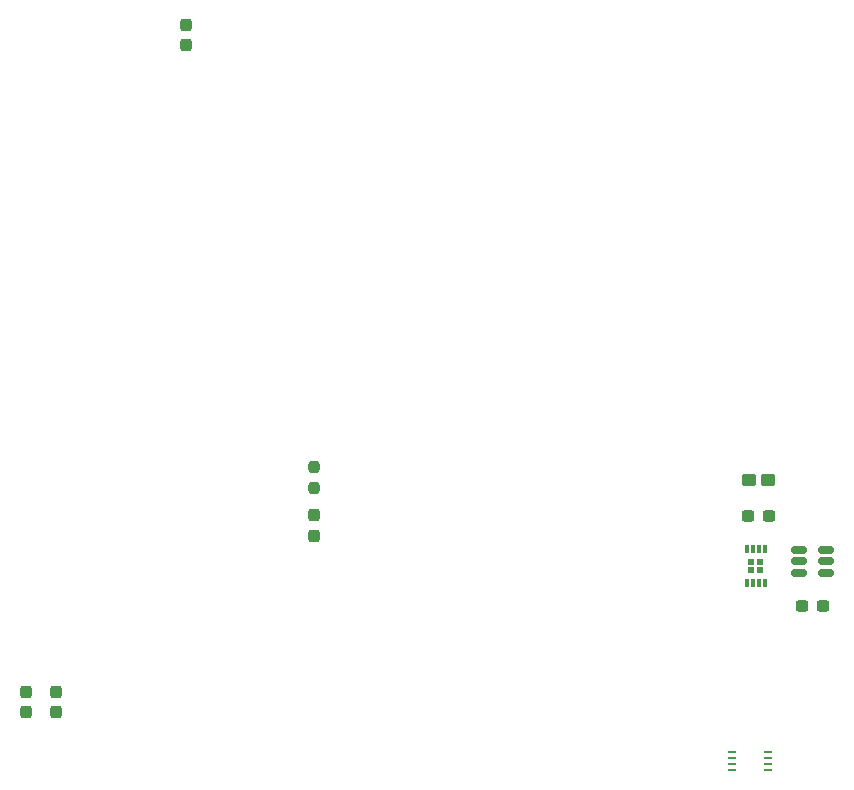
<source format=gbr>
%TF.GenerationSoftware,KiCad,Pcbnew,7.0.10*%
%TF.CreationDate,2024-02-05T19:05:00-08:00*%
%TF.ProjectId,pcb_lab,7063625f-6c61-4622-9e6b-696361645f70,rev?*%
%TF.SameCoordinates,Original*%
%TF.FileFunction,Paste,Top*%
%TF.FilePolarity,Positive*%
%FSLAX46Y46*%
G04 Gerber Fmt 4.6, Leading zero omitted, Abs format (unit mm)*
G04 Created by KiCad (PCBNEW 7.0.10) date 2024-02-05 19:05:00*
%MOMM*%
%LPD*%
G01*
G04 APERTURE LIST*
G04 Aperture macros list*
%AMRoundRect*
0 Rectangle with rounded corners*
0 $1 Rounding radius*
0 $2 $3 $4 $5 $6 $7 $8 $9 X,Y pos of 4 corners*
0 Add a 4 corners polygon primitive as box body*
4,1,4,$2,$3,$4,$5,$6,$7,$8,$9,$2,$3,0*
0 Add four circle primitives for the rounded corners*
1,1,$1+$1,$2,$3*
1,1,$1+$1,$4,$5*
1,1,$1+$1,$6,$7*
1,1,$1+$1,$8,$9*
0 Add four rect primitives between the rounded corners*
20,1,$1+$1,$2,$3,$4,$5,0*
20,1,$1+$1,$4,$5,$6,$7,0*
20,1,$1+$1,$6,$7,$8,$9,0*
20,1,$1+$1,$8,$9,$2,$3,0*%
G04 Aperture macros list end*
%ADD10RoundRect,0.237500X0.237500X-0.300000X0.237500X0.300000X-0.237500X0.300000X-0.237500X-0.300000X0*%
%ADD11RoundRect,0.237500X-0.237500X0.250000X-0.237500X-0.250000X0.237500X-0.250000X0.237500X0.250000X0*%
%ADD12RoundRect,0.237500X-0.237500X0.300000X-0.237500X-0.300000X0.237500X-0.300000X0.237500X0.300000X0*%
%ADD13RoundRect,0.250000X0.375000X0.275000X-0.375000X0.275000X-0.375000X-0.275000X0.375000X-0.275000X0*%
%ADD14RoundRect,0.237500X0.300000X0.237500X-0.300000X0.237500X-0.300000X-0.237500X0.300000X-0.237500X0*%
%ADD15R,0.600000X0.500000*%
%ADD16R,0.300000X0.750000*%
%ADD17RoundRect,0.150000X-0.512500X-0.150000X0.512500X-0.150000X0.512500X0.150000X-0.512500X0.150000X0*%
%ADD18RoundRect,0.237500X-0.300000X-0.237500X0.300000X-0.237500X0.300000X0.237500X-0.300000X0.237500X0*%
%ADD19RoundRect,0.237500X0.237500X-0.287500X0.237500X0.287500X-0.237500X0.287500X-0.237500X-0.287500X0*%
%ADD20R,0.750000X0.250000*%
G04 APERTURE END LIST*
D10*
%TO.C,C2*%
X81432400Y-108284500D03*
X81432400Y-106559500D03*
%TD*%
D11*
%TO.C,R1*%
X105791000Y-87503000D03*
X105791000Y-89328000D03*
%TD*%
D12*
%TO.C,C3*%
X94996000Y-50094500D03*
X94996000Y-51819500D03*
%TD*%
D13*
%TO.C,C5*%
X144247700Y-88650700D03*
X142647700Y-88650700D03*
%TD*%
D14*
%TO.C,C6*%
X144330200Y-91698700D03*
X142605200Y-91698700D03*
%TD*%
D15*
%TO.C,U3*%
X143588700Y-95564700D03*
X142838700Y-95564700D03*
X143588700Y-96214700D03*
X142838700Y-96214700D03*
D16*
X143963700Y-94439700D03*
X143463700Y-94439700D03*
X142963700Y-94439700D03*
X142463700Y-94439700D03*
X142463700Y-97339700D03*
X142963700Y-97339700D03*
X143463700Y-97339700D03*
X143963700Y-97339700D03*
%TD*%
D17*
%TO.C,U4*%
X146902200Y-94558700D03*
X146902200Y-95508700D03*
X146902200Y-96458700D03*
X149177200Y-96458700D03*
X149177200Y-95508700D03*
X149177200Y-94558700D03*
%TD*%
D18*
%TO.C,C7*%
X147177200Y-99318700D03*
X148902200Y-99318700D03*
%TD*%
D10*
%TO.C,C1*%
X83972400Y-108284500D03*
X83972400Y-106559500D03*
%TD*%
D19*
%TO.C,D2*%
X105791000Y-93331000D03*
X105791000Y-91581000D03*
%TD*%
D20*
%TO.C,U2*%
X141170300Y-111639200D03*
X141170300Y-112139200D03*
X141170300Y-112639200D03*
X141170300Y-113139200D03*
X144270300Y-113139200D03*
X144270300Y-112639200D03*
X144270300Y-112139200D03*
X144270300Y-111639200D03*
%TD*%
M02*

</source>
